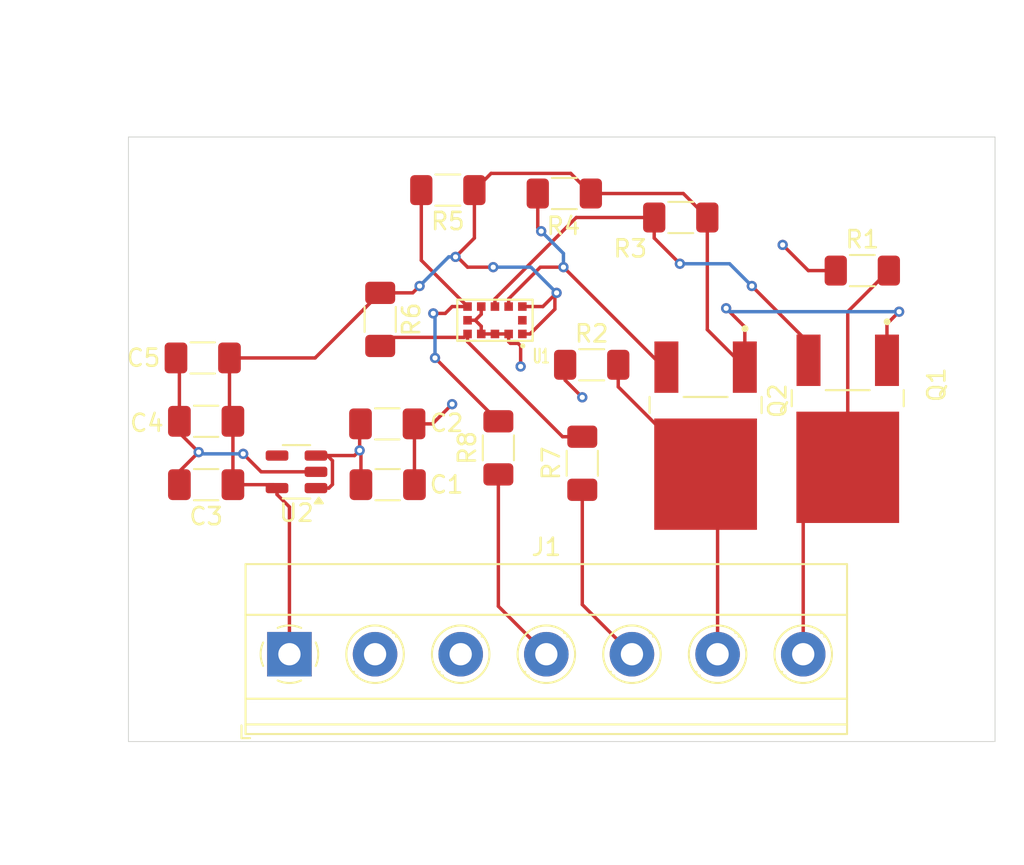
<source format=kicad_pcb>
(kicad_pcb (version 20240108) (generator "pcbnew") (generator_version "8.0")
  (layers (0 "F.Cu" signal) (1 "In1.Cu" power "GnD") (2 "In2.Cu" power "PwR") (31 "B.Cu" signal) (34 "B.Paste" user) (35 "F.Paste" user) (36 "B.SilkS" user "B.Silkscreen") (37 "F.SilkS" user "F.Silkscreen") (38 "B.Mask" user) (39 "F.Mask" user) (44 "Edge.Cuts" user))
  (net 0 "")
  (net 1 "+5V")
  (net 2 "GND")
  (net 3 "VDD")
  (net 4 "/SDA")
  (net 5 "/SCL")
  (net 6 "Net-(U1-SDA)")
  (net 7 "Net-(U1-SCL)")
  (net 8 "Net-(U1-GPIO1)")
  (net 9 "Net-(U1-~{XSHUT})")
  (net 10 "/XSHUT")
  (net 11 "/GPIO1")
  (footprint "MOSFET:TRANS_TSM60NC390CP" (layer "F.Cu") (at 139.8 80.2375 -90)
    (property "Reference" "Q1" (at -2.575 -5.185 90) (layer "F.SilkS"))
    (property "Value" "TSM60NC390CP" (hide yes))
    (fp_line (start -2.257 3.27) (end -1.32 3.27) (stroke (width 0.127)) (layer "F.SilkS"))
    (fp_line (start -2.257 -1.28) (end -2.257 1.28) (stroke (width 0.127)) (layer "F.SilkS"))
    (fp_line (start -1.32 -3.27) (end -2.257 -3.27) (stroke (width 0.127)) (layer "F.SilkS"))
    (fp_circle (center -6.25 -2.3) (end -6.15 -2.3) (stroke (width 0.2)) (fill none) (layer "F.SilkS"))
    (pad "1" smd rect (at -4 -2.29 270) (size 3 1.4) (layers "F.Cu" "F.Paste" "F.Mask") (net 3 "VDD"))
    (pad "2_4" smd rect (at 2.25 0 270) (size 6.5 6) (layers "F.Cu" "F.Mask") (net 4 "/SDA"))
    (pad "3" smd rect (at -4 2.29 270) (size 3 1.4) (layers "F.Cu" "F.Paste" "F.Mask") (net 6 "Net-(U1-SDA)"))
  )
  (footprint "Capacitor_SMD:C_1206_3216Metric_Pad1.33x1.80mm_HandSolder" (layer "F.Cu") (at 112.9375 83.5)
    (property "Reference" "C1" (at 3.4375 0 360) (layer "F.SilkS"))
    (property "Value" "1uF")
    (fp_line (start -0.711252 -0.91) (end 0.711252 -0.91) (stroke (width 0.12)) (layer "F.SilkS"))
    (fp_line (start -0.711252 0.91) (end 0.711252 0.91) (stroke (width 0.12)) (layer "F.SilkS"))
    (pad "1" smd roundrect (at -1.5625 0) (size 1.325 1.8) (layers "F.Cu" "F.Paste" "F.Mask") (roundrect_rratio 0.188679) (net 1 "+5V"))
    (pad "2" smd roundrect (at 1.5625 0) (size 1.325 1.8) (layers "F.Cu" "F.Paste" "F.Mask") (roundrect_rratio 0.188679) (net 2 "GND"))
  )
  (footprint "Resistor_SMD:R_1206_3216Metric_Pad1.30x1.75mm_HandSolder" (layer "F.Cu") (at 130.05 67.9 180)
    (property "Reference" "R3" (at 2.95 -1.82 360) (layer "F.SilkS"))
    (property "Value" "10k")
    (fp_line (start -0.727064 0.91) (end 0.727064 0.91) (stroke (width 0.12)) (layer "F.SilkS"))
    (fp_line (start -0.727064 -0.91) (end 0.727064 -0.91) (stroke (width 0.12)) (layer "F.SilkS"))
    (pad "1" smd roundrect (at -1.55 0 180) (size 1.3 1.75) (layers "F.Cu" "F.Paste" "F.Mask") (roundrect_rratio 0.192308) (net 3 "VDD"))
    (pad "2" smd roundrect (at 1.55 0 180) (size 1.3 1.75) (layers "F.Cu" "F.Paste" "F.Mask") (roundrect_rratio 0.192308) (net 6 "Net-(U1-SDA)"))
  )
  (footprint "Resistor_SMD:R_1206_3216Metric_Pad1.30x1.75mm_HandSolder" (layer "F.Cu") (at 123.25 66.5 180)
    (property "Reference" "R4" (at 0.05 -1.9 360) (layer "F.SilkS"))
    (property "Value" "10k")
    (fp_line (start -0.727064 0.91) (end 0.727064 0.91) (stroke (width 0.12)) (layer "F.SilkS"))
    (fp_line (start -0.727064 -0.91) (end 0.727064 -0.91) (stroke (width 0.12)) (layer "F.SilkS"))
    (pad "1" smd roundrect (at -1.55 0 180) (size 1.3 1.75) (layers "F.Cu" "F.Paste" "F.Mask") (roundrect_rratio 0.192308) (net 3 "VDD"))
    (pad "2" smd roundrect (at 1.55 0 180) (size 1.3 1.75) (layers "F.Cu" "F.Paste" "F.Mask") (roundrect_rratio 0.192308) (net 7 "Net-(U1-SCL)"))
  )
  (footprint "TerminalBlock_Phoenix:TerminalBlock_Phoenix_MKDS-1,5-7_1x07_P5.00mm_Horizontal" (layer "F.Cu") (at 107.2 93.4)
    (property "Reference" "J1" (at 15 -6.26 360) (layer "F.SilkS"))
    (property "Value" "Screw_Terminal_01x07")
    (fp_line (start -2.8 4.16) (end -2.8 4.9) (stroke (width 0.12)) (layer "F.SilkS"))
    (fp_line (start -2.8 4.9) (end -2.3 4.9) (stroke (width 0.12)) (layer "F.SilkS"))
    (fp_line (start -2.56 -5.261) (end -2.56 4.66) (stroke (width 0.12)) (layer "F.SilkS"))
    (fp_line (start -2.56 -5.261) (end 32.56 -5.261) (stroke (width 0.12)) (layer "F.SilkS"))
    (fp_line (start -2.56 -2.301) (end 32.56 -2.301) (stroke (width 0.12)) (layer "F.SilkS"))
    (fp_line (start -2.56 2.6) (end 32.56 2.6) (stroke (width 0.12)) (layer "F.SilkS"))
    (fp_line (start -2.56 4.1) (end 32.56 4.1) (stroke (width 0.12)) (layer "F.SilkS"))
    (fp_line (start -2.56 4.66) (end 32.56 4.66) (stroke (width 0.12)) (layer "F.SilkS"))
    (fp_line (start 3.773 1.023) (end 3.726 1.069) (stroke (width 0.12)) (layer "F.SilkS"))
    (fp_line (start 3.966 1.239) (end 3.931 1.274) (stroke (width 0.12)) (layer "F.SilkS"))
    (fp_line (start 6.07 -1.275) (end 6.035 -1.239) (stroke (width 0.12)) (layer "F.SilkS"))
    (fp_line (start 6.275 -1.069) (end 6.228 -1.023) (stroke (width 0.12)) (layer "F.SilkS"))
    (fp_line (start 8.773 1.023) (end 8.726 1.069) (stroke (width 0.12)) (layer "F.SilkS"))
    (fp_line (start 8.966 1.239) (end 8.931 1.274) (stroke (width 0.12)) (layer "F.SilkS"))
    (fp_line (start 11.07 -1.275) (end 11.035 -1.239) (stroke (width 0.12)) (layer "F.SilkS"))
    (fp_line (start 11.275 -1.069) (end 11.228 -1.023) (stroke (width 0.12)) (layer "F.SilkS"))
    (fp_line (start 13.773 1.023) (end 13.726 1.069) (stroke (width 0.12)) (layer "F.SilkS"))
    (fp_line (start 13.966 1.239) (end 13.931 1.274) (stroke (width 0.12)) (layer "F.SilkS"))
    (fp_line (start 16.07 -1.275) (end 16.035 -1.239) (stroke (width 0.12)) (layer "F.SilkS"))
    (fp_line (start 16.275 -1.069) (end 16.228 -1.023) (stroke (width 0.12)) (layer "F.SilkS"))
    (fp_line (start 18.773 1.023) (end 18.726 1.069) (stroke (width 0.12)) (layer "F.SilkS"))
    (fp_line (start 18.966 1.239) (end 18.931 1.274) (stroke (width 0.12)) (layer "F.SilkS"))
    (fp_line (start 21.07 -1.275) (end 21.035 -1.239) (stroke (width 0.12)) (layer "F.SilkS"))
    (fp_line (start 21.275 -1.069) (end 21.228 -1.023) (stroke (width 0.12)) (layer "F.SilkS"))
    (fp_line (start 23.773 1.023) (end 23.726 1.069) (stroke (width 0.12)) (layer "F.SilkS"))
    (fp_line (start 23.966 1.239) (end 23.931 1.274) (stroke (width 0.12)) (layer "F.SilkS"))
    (fp_line (start 26.07 -1.275) (end 26.035 -1.239) (stroke (width 0.12)) (layer "F.SilkS"))
    (fp_line (start 26.275 -1.069) (end 26.228 -1.023) (stroke (width 0.12)) (layer "F.SilkS"))
    (fp_line (start 28.773 1.023) (end 28.726 1.069) (stroke (width 0.12)) (layer "F.SilkS"))
    (fp_line (start 28.966 1.239) (end 28.931 1.274) (stroke (width 0.12)) (layer "F.SilkS"))
    (fp_line (start 31.07 -1.275) (end 31.035 -1.239) (stroke (width 0.12)) (layer "F.SilkS"))
    (fp_line (start 31.275 -1.069) (end 31.228 -1.023) (stroke (width 0.12)) (layer "F.SilkS"))
    (fp_line (start 32.56 -5.261) (end 32.56 4.66) (stroke (width 0.12)) (layer "F.SilkS"))
    (fp_arc (start -1.535427 0.683042) (mid -1.680501 -0.000524) (end -1.535 -0.684) (stroke (width 0.12)) (layer "F.SilkS"))
    (fp_arc (start -0.683042 -1.535427) (mid 0.000524 -1.680501) (end 0.684 -1.535) (stroke (width 0.12)) (layer "F.SilkS"))
    (fp_arc (start 0.028805 1.680253) (mid -0.335551 1.646659) (end -0.684 1.535) (stroke (width 0.12)) (layer "F.SilkS"))
    (fp_arc (start 0.683318 1.534756) (mid 0.349292 1.643288) (end 0 1.68) (stroke (width 0.12)) (layer "F.SilkS"))
    (fp_arc (start 1.535427 -0.683042) (mid 1.680501 0.000524) (end 1.535 0.684) (stroke (width 0.12)) (layer "F.SilkS"))
    (fp_circle (center 5 0) (end 6.68 0) (stroke (width 0.12)) (fill none) (layer "F.SilkS"))
    (fp_circle (center 10 0) (end 11.68 0) (stroke (width 0.12)) (fill none) (layer "F.SilkS"))
    (fp_circle (center 15 0) (end 16.68 0) (stroke (width 0.12)) (fill none) (layer "F.SilkS"))
    (fp_circle (center 20 0) (end 21.68 0) (stroke (width 0.12)) (fill none) (layer "F.SilkS"))
    (fp_circle (center 25 0) (end 26.68 0) (stroke (width 0.12)) (fill none) (layer "F.SilkS"))
    (fp_circle (center 30 0) (end 31.68 0) (stroke (width 0.12)) (fill none) (layer "F.SilkS"))
    (pad "1" thru_hole rect (at 0 0) (size 2.6 2.6) (drill 1.3) (layers "*.Cu" "*.Mask") (net 3 "VDD"))
    (pad "2" thru_hole circle (at 5 0) (size 2.6 2.6) (drill 1.3) (layers "*.Cu" "*.Mask") (net 1 "+5V"))
    (pad "3" thru_hole circle (at 10 0) (size 2.6 2.6) (drill 1.3) (layers "*.Cu" "*.Mask") (net 2 "GND"))
    (pad "4" thru_hole circle (at 15 0) (size 2.6 2.6) (drill 1.3) (layers "*.Cu" "*.Mask") (net 11 "/GPIO1"))
    (pad "5" thru_hole circle (at 20 0) (size 2.6 2.6) (drill 1.3) (layers "*.Cu" "*.Mask") (net 10 "/XSHUT"))
    (pad "6" thru_hole circle (at 25 0) (size 2.6 2.6) (drill 1.3) (layers "*.Cu" "*.Mask") (net 5 "/SCL"))
    (pad "7" thru_hole circle (at 30 0) (size 2.6 2.6) (drill 1.3) (layers "*.Cu" "*.Mask") (net 4 "/SDA"))
  )
  (footprint "Capacitor_SMD:C_1206_3216Metric_Pad1.33x1.80mm_HandSolder" (layer "F.Cu") (at 102.1375 76.1 180)
    (property "Reference" "C5" (at 3.4625 0 360) (layer "F.SilkS"))
    (property "Value" "0.1uF")
    (fp_line (start -0.711252 0.91) (end 0.711252 0.91) (stroke (width 0.12)) (layer "F.SilkS"))
    (fp_line (start -0.711252 -0.91) (end 0.711252 -0.91) (stroke (width 0.12)) (layer "F.SilkS"))
    (pad "1" smd roundrect (at -1.5625 0 180) (size 1.325 1.8) (layers "F.Cu" "F.Paste" "F.Mask") (roundrect_rratio 0.188679) (net 3 "VDD"))
    (pad "2" smd roundrect (at 1.5625 0 180) (size 1.325 1.8) (layers "F.Cu" "F.Paste" "F.Mask") (roundrect_rratio 0.188679) (net 2 "GND"))
  )
  (footprint "Capacitor_SMD:C_1206_3216Metric_Pad1.33x1.80mm_HandSolder" (layer "F.Cu") (at 102.3375 79.8 180)
    (property "Reference" "C4" (at 3.4625 -0.1 360) (layer "F.SilkS"))
    (property "Value" "4.7uF")
    (fp_line (start -0.711252 0.91) (end 0.711252 0.91) (stroke (width 0.12)) (layer "F.SilkS"))
    (fp_line (start -0.711252 -0.91) (end 0.711252 -0.91) (stroke (width 0.12)) (layer "F.SilkS"))
    (pad "1" smd roundrect (at -1.5625 0 180) (size 1.325 1.8) (layers "F.Cu" "F.Paste" "F.Mask") (roundrect_rratio 0.188679) (net 3 "VDD"))
    (pad "2" smd roundrect (at 1.5625 0 180) (size 1.325 1.8) (layers "F.Cu" "F.Paste" "F.Mask") (roundrect_rratio 0.188679) (net 2 "GND"))
  )
  (footprint "Resistor_SMD:R_1206_3216Metric_Pad1.30x1.75mm_HandSolder" (layer "F.Cu") (at 119.4 81.35 90)
    (property "Reference" "R8" (at 0 -1.82 90) (layer "F.SilkS"))
    (property "Value" "1k")
    (fp_line (start -0.727064 -0.91) (end 0.727064 -0.91) (stroke (width 0.12)) (layer "F.SilkS"))
    (fp_line (start -0.727064 0.91) (end 0.727064 0.91) (stroke (width 0.12)) (layer "F.SilkS"))
    (pad "1" smd roundrect (at -1.55 0 90) (size 1.3 1.75) (layers "F.Cu" "F.Paste" "F.Mask") (roundrect_rratio 0.192308) (net 11 "/GPIO1"))
    (pad "2" smd roundrect (at 1.55 0 90) (size 1.3 1.75) (layers "F.Cu" "F.Paste" "F.Mask") (roundrect_rratio 0.192308) (net 8 "Net-(U1-GPIO1)"))
  )
  (footprint "Capacitor_SMD:C_1206_3216Metric_Pad1.33x1.80mm_HandSolder" (layer "F.Cu") (at 112.9125 79.95)
    (property "Reference" "C2" (at 3.4625 -0.05 360) (layer "F.SilkS"))
    (property "Value" "0.1uF")
    (fp_line (start -0.711252 -0.91) (end 0.711252 -0.91) (stroke (width 0.12)) (layer "F.SilkS"))
    (fp_line (start -0.711252 0.91) (end 0.711252 0.91) (stroke (width 0.12)) (layer "F.SilkS"))
    (pad "1" smd roundrect (at -1.5625 0) (size 1.325 1.8) (layers "F.Cu" "F.Paste" "F.Mask") (roundrect_rratio 0.188679) (net 1 "+5V"))
    (pad "2" smd roundrect (at 1.5625 0) (size 1.325 1.8) (layers "F.Cu" "F.Paste" "F.Mask") (roundrect_rratio 0.188679) (net 2 "GND"))
  )
  (footprint "VL53L0X:SENSOR_VL53L0X" (layer "F.Cu") (at 119.2 73.9 180)
    (property "Reference" "U1" (at -2.7 -2.1 0) (layer "F.SilkS") (effects (font (size 0.80166 0.480166) (thickness 0.120042))))
    (property "Value" "VL53L0X")
    (fp_line (start 2.2 1.2) (end 2.2 -1.2) (stroke (width 0.127)) (layer "F.SilkS"))
    (fp_line (start 2.2 -1.2) (end -2.2 -1.2) (stroke (width 0.127)) (layer "F.SilkS"))
    (fp_line (start -2.2 1.2) (end 2.2 1.2) (stroke (width 0.127)) (layer "F.SilkS"))
    (fp_line (start -2.2 -1.2) (end -2.2 1.2) (stroke (width 0.127)) (layer "F.SilkS"))
    (fp_circle (center -1.623 -1.496) (end -1.548 -1.496) (stroke (width 0.15)) (fill none) (layer "F.SilkS"))
    (pad "1" smd rect (at -1.6 -0.8) (size 0.5 0.5) (layers "F.Cu" "F.Paste" "F.Mask") (net 3 "VDD"))
    (pad "2" smd rect (at -0.8 -0.8) (size 0.5 0.5) (layers "F.Cu" "F.Paste" "F.Mask") (net 2 "GND"))
    (pad "3" smd rect (at 0 -0.8) (size 0.5 0.5) (layers "F.Cu" "F.Paste" "F.Mask") (net 2 "GND"))
    (pad "4" smd rect (at 0.8 -0.8) (size 0.5 0.5) (layers "F.Cu" "F.Paste" "F.Mask") (net 2 "GND"))
    (pad "5" smd rect (at 1.6 -0.8) (size 0.5 0.5) (layers "F.Cu" "F.Paste" "F.Mask") (net 9 "Net-(U1-~{XSHUT})"))
    (pad "6" smd rect (at 1.6 0) (size 0.5 0.5) (layers "F.Cu" "F.Paste" "F.Mask") (net 2 "GND"))
    (pad "7" smd rect (at 1.6 0.8) (size 0.5 0.5) (layers "F.Cu" "F.Paste" "F.Mask") (net 8 "Net-(U1-GPIO1)"))
    (pad "8" smd rect (at 0.8 0.8) (size 0.5 0.5) (layers "F.Cu" "F.Paste" "F.Mask") (net 2 "GND"))
    (pad "9" smd rect (at 0 0.8) (size 0.5 0.5) (layers "F.Cu" "F.Paste" "F.Mask") (net 6 "Net-(U1-SDA)"))
    (pad "10" smd rect (at -0.8 0.8) (size 0.5 0.5) (layers "F.Cu" "F.Paste" "F.Mask") (net 7 "Net-(U1-SCL)"))
    (pad "11" smd rect (at -1.6 0.8) (size 0.5 0.5) (layers "F.Cu" "F.Paste" "F.Mask") (net 3 "VDD"))
    (pad "12" smd rect (at -1.6 0) (size 0.5 0.5) (layers "F.Cu" "F.Paste" "F.Mask"))
  )
  (footprint "Resistor_SMD:R_1206_3216Metric_Pad1.30x1.75mm_HandSolder" (layer "F.Cu") (at 116.45 66.3 180)
    (property "Reference" "R5" (at 0 -1.82 360) (layer "F.SilkS"))
    (property "Value" "47k")
    (fp_line (start -0.727064 0.91) (end 0.727064 0.91) (stroke (width 0.12)) (layer "F.SilkS"))
    (fp_line (start -0.727064 -0.91) (end 0.727064 -0.91) (stroke (width 0.12)) (layer "F.SilkS"))
    (pad "1" smd roundrect (at -1.55 0 180) (size 1.3 1.75) (layers "F.Cu" "F.Paste" "F.Mask") (roundrect_rratio 0.192308) (net 3 "VDD"))
    (pad "2" smd roundrect (at 1.55 0 180) (size 1.3 1.75) (layers "F.Cu" "F.Paste" "F.Mask") (roundrect_rratio 0.192308) (net 8 "Net-(U1-GPIO1)"))
  )
  (footprint "Resistor_SMD:R_1206_3216Metric_Pad1.30x1.75mm_HandSolder" (layer "F.Cu") (at 124.85 76.5)
    (property "Reference" "R2" (at 0 -1.82 0) (layer "F.SilkS"))
    (property "Value" "10k")
    (fp_line (start -0.727064 -0.91) (end 0.727064 -0.91) (stroke (width 0.12)) (layer "F.SilkS"))
    (fp_line (start -0.727064 0.91) (end 0.727064 0.91) (stroke (width 0.12)) (layer "F.SilkS"))
    (pad "1" smd roundrect (at -1.55 0) (size 1.3 1.75) (layers "F.Cu" "F.Paste" "F.Mask") (roundrect_rratio 0.192308) (net 1 "+5V"))
    (pad "2" smd roundrect (at 1.55 0) (size 1.3 1.75) (layers "F.Cu" "F.Paste" "F.Mask") (roundrect_rratio 0.192308) (net 5 "/SCL"))
  )
  (footprint "Capacitor_SMD:C_1206_3216Metric_Pad1.33x1.80mm_HandSolder" (layer "F.Cu") (at 102.3375 83.5 180)
    (property "Reference" "C3" (at 0 -1.85 360) (layer "F.SilkS"))
    (property "Value" "1uF")
    (fp_line (start -0.711252 0.91) (end 0.711252 0.91) (stroke (width 0.12)) (layer "F.SilkS"))
    (fp_line (start -0.711252 -0.91) (end 0.711252 -0.91) (stroke (width 0.12)) (layer "F.SilkS"))
    (pad "1" smd roundrect (at -1.5625 0 180) (size 1.325 1.8) (layers "F.Cu" "F.Paste" "F.Mask") (roundrect_rratio 0.188679) (net 3 "VDD"))
    (pad "2" smd roundrect (at 1.5625 0 180) (size 1.325 1.8) (layers "F.Cu" "F.Paste" "F.Mask") (roundrect_rratio 0.188679) (net 2 "GND"))
  )
  (footprint "Resistor_SMD:R_1206_3216Metric_Pad1.30x1.75mm_HandSolder" (layer "F.Cu") (at 112.5 73.85 -90)
    (property "Reference" "R6" (at 0 -1.82 90) (layer "F.SilkS"))
    (property "Value" "47k")
    (fp_line (start -0.727064 0.91) (end 0.727064 0.91) (stroke (width 0.12)) (layer "F.SilkS"))
    (fp_line (start -0.727064 -0.91) (end 0.727064 -0.91) (stroke (width 0.12)) (layer "F.SilkS"))
    (pad "1" smd roundrect (at -1.55 0 270) (size 1.3 1.75) (layers "F.Cu" "F.Paste" "F.Mask") (roundrect_rratio 0.192308) (net 3 "VDD"))
    (pad "2" smd roundrect (at 1.55 0 270) (size 1.3 1.75) (layers "F.Cu" "F.Paste" "F.Mask") (roundrect_rratio 0.192308) (net 9 "Net-(U1-~{XSHUT})"))
  )
  (footprint "Resistor_SMD:R_1206_3216Metric_Pad1.30x1.75mm_HandSolder" (layer "F.Cu") (at 140.65 71)
    (property "Reference" "R1" (at 0 -1.82 360) (layer "F.SilkS"))
    (property "Value" "10k")
    (fp_line (start -0.727064 -0.91) (end 0.727064 -0.91) (stroke (width 0.12)) (layer "F.SilkS"))
    (fp_line (start -0.727064 0.91) (end 0.727064 0.91) (stroke (width 0.12)) (layer "F.SilkS"))
    (pad "1" smd roundrect (at -1.55 0) (size 1.3 1.75) (layers "F.Cu" "F.Paste" "F.Mask") (roundrect_rratio 0.192308) (net 1 "+5V"))
    (pad "2" smd roundrect (at 1.55 0) (size 1.3 1.75) (layers "F.Cu" "F.Paste" "F.Mask") (roundrect_rratio 0.192308) (net 4 "/SDA"))
  )
  (footprint "MOSFET:TRANS_TSM60NC390CP" (layer "F.Cu") (at 131.5 80.6375 -90)
    (property "Reference" "Q2" (at -2.0375 -4.2 90) (layer "F.SilkS"))
    (property "Value" "TSM60NC390CP" (hide yes))
    (fp_line (start -2.257 3.27) (end -1.32 3.27) (stroke (width 0.127)) (layer "F.SilkS"))
    (fp_line (start -2.257 -1.28) (end -2.257 1.28) (stroke (width 0.127)) (layer "F.SilkS"))
    (fp_line (start -1.32 -3.27) (end -2.257 -3.27) (stroke (width 0.127)) (layer "F.SilkS"))
    (fp_circle (center -6.25 -2.3) (end -6.15 -2.3) (stroke (width 0.2)) (fill none) (layer "F.SilkS"))
    (pad "1" smd rect (at -4 -2.29 270) (size 3 1.4) (layers "F.Cu" "F.Paste" "F.Mask") (net 3 "VDD"))
    (pad "2_4" smd rect (at 2.25 0 270) (size 6.5 6) (layers "F.Cu" "F.Mask") (net 5 "/SCL"))
    (pad "3" smd rect (at -4 2.29 270) (size 3 1.4) (layers "F.Cu" "F.Paste" "F.Mask") (net 7 "Net-(U1-SCL)"))
  )
  (footprint "Resistor_SMD:R_1206_3216Metric_Pad1.30x1.75mm_HandSolder" (layer "F.Cu") (at 124.3 82.25 90)
    (property "Reference" "R7" (at 0 -1.82 90) (layer "F.SilkS"))
    (property "Value" "1k")
    (fp_line (start -0.727064 -0.91) (end 0.727064 -0.91) (stroke (width 0.12)) (layer "F.SilkS"))
    (fp_line (start -0.727064 0.91) (end 0.727064 0.91) (stroke (width 0.12)) (layer "F.SilkS"))
    (pad "1" smd roundrect (at -1.55 0 90) (size 1.3 1.75) (layers "F.Cu" "F.Paste" "F.Mask") (roundrect_rratio 0.192308) (net 10 "/XSHUT"))
    (pad "2" smd roundrect (at 1.55 0 90) (size 1.3 1.75) (layers "F.Cu" "F.Paste" "F.Mask") (roundrect_rratio 0.192308) (net 9 "Net-(U1-~{XSHUT})"))
  )
  (footprint "Package_TO_SOT_SMD:SOT-23-5" (layer "F.Cu") (at 107.6125 82.75 180)
    (property "Reference" "U2" (at 0 -2.4 360) (layer "F.SilkS"))
    (property "Value" "LP2985-2.8")
    (fp_line (start 0 1.56) (end 0.8 1.56) (stroke (width 0.12)) (layer "F.SilkS"))
    (fp_line (start 0 1.56) (end -0.8 1.56) (stroke (width 0.12)) (layer "F.SilkS"))
    (fp_line (start 0 -1.56) (end 0.8 -1.56) (stroke (width 0.12)) (layer "F.SilkS"))
    (fp_line (start 0 -1.56) (end -0.8 -1.56) (stroke (width 0.12)) (layer "F.SilkS"))
    (fp_poly (pts (xy -1.3 -1.51) (xy -1.54 -1.84) (xy -1.06 -1.84) (xy -1.3 -1.51)) (stroke (width 0.12)) (fill solid) (layer "F.SilkS"))
    (pad "1" smd roundrect (at -1.1375 -0.95 180) (size 1.325 0.6) (layers "F.Cu" "F.Paste" "F.Mask") (net 1 "+5V"))
    (pad "2" smd roundrect (at -1.1375 0 180) (size 1.325 0.6) (layers "F.Cu" "F.Paste" "F.Mask") (net 2 "GND"))
    (pad "3" smd roundrect (at -1.1375 0.95 180) (size 1.325 0.6) (layers "F.Cu" "F.Paste" "F.Mask") (net 1 "+5V"))
    (pad "4" smd roundrect (at 1.1375 0.95 180) (size 1.325 0.6) (layers "F.Cu" "F.Paste" "F.Mask"))
    (pad "5" smd roundrect (at 1.1375 -0.95 180) (size 1.325 0.6) (layers "F.Cu" "F.Paste" "F.Mask") (net 3 "VDD"))
  )
  (gr_line (start 97.8 63.2) (end 148.4 63.2) (stroke (width 0.05)) (layer "Edge.Cuts"))
  (gr_line (start 148.4 98.5) (end 97.8 98.5) (stroke (width 0.05)) (layer "Edge.Cuts"))
  (gr_line (start 148.4 63.2) (end 148.4 98.5) (stroke (width 0.05)) (layer "Edge.Cuts"))
  (gr_line (start 97.8 98.5) (end 97.8 63.2) (stroke (width 0.05)) (layer "Edge.Cuts"))
  (segment (start 109.5 83.7) (end 108.75 83.7) (width 0.2) (layer "F.Cu") (net 1))
  (segment (start 137.5 71) (end 136 69.5) (width 0.2) (layer "F.Cu") (net 1))
  (segment (start 108.75 81.8) (end 109.412499 81.8) (width 0.2) (layer "F.Cu") (net 1))
  (segment (start 139.1 71) (end 137.5 71) (width 0.2) (layer "F.Cu") (net 1))
  (segment (start 109.7125 83.4875) (end 109.5 83.7) (width 0.2) (layer "F.Cu") (net 1))
  (segment (start 123.3 76.5) (end 123.3 77.4) (width 0.2) (layer "F.Cu") (net 1))
  (segment (start 111.375 83.5) (end 111.375 81.575) (width 0.2) (layer "F.Cu") (net 1))
  (segment (start 108.75 81.8) (end 111 81.8) (width 0.2) (layer "F.Cu") (net 1))
  (segment (start 111.3 81.5) (end 111.3 80) (width 0.2) (layer "F.Cu") (net 1))
  (segment (start 109.7125 82.100001) (end 109.7125 83.4875) (width 0.2) (layer "F.Cu") (net 1))
  (segment (start 109.412499 81.8) (end 109.7125 82.100001) (width 0.2) (layer "F.Cu") (net 1))
  (segment (start 111.375 81.575) (end 111.3 81.5) (width 0.2) (layer "F.Cu") (net 1))
  (segment (start 111.3 80) (end 111.35 79.95) (width 0.2) (layer "F.Cu") (net 1))
  (segment (start 111 81.8) (end 111.3 81.5) (width 0.2) (layer "F.Cu") (net 1))
  (segment (start 123.3 77.4) (end 124.3 78.4) (width 0.2) (layer "F.Cu") (net 1))
  (via (at 111.3 81.5) (size 0.6) (drill 0.3) (layers "F.Cu" "B.Cu") (net 1))
  (via (at 136 69.5) (size 0.6) (drill 0.3) (layers "F.Cu" "B.Cu") (net 1))
  (via (at 124.3 78.4) (size 0.6) (drill 0.3) (layers "F.Cu" "B.Cu") (net 1))
  (segment (start 105.55 82.75) (end 104.5 81.7) (width 0.2) (layer "F.Cu") (net 2))
  (segment (start 117.6 73.9) (end 118.05 73.9) (width 0.2) (layer "F.Cu") (net 2))
  (segment (start 100.775 82.725) (end 100.775 83.5) (width 0.2) (layer "F.Cu") (net 2))
  (segment (start 120 75.15) (end 120 74.7) (width 0.2) (layer "F.Cu") (net 2))
  (segment (start 118.4 74.7) (end 118.4 74.25) (width 0.2) (layer "F.Cu") (net 2))
  (segment (start 120.7 76.6) (end 120.7 75.4) (width 0.2) (layer "F.Cu") (net 2))
  (segment (start 100.775 80.475) (end 100.775 79.8) (width 0.2) (layer "F.Cu") (net 2))
  (segment (start 118.4 74.25) (end 118.05 73.9) (width 0.2) (layer "F.Cu") (net 2))
  (segment (start 120.55 75.25) (end 120.1 75.25) (width 0.2) (layer "F.Cu") (net 2))
  (segment (start 101.9 81.6) (end 100.775 82.725) (width 0.2) (layer "F.Cu") (net 2))
  (segment (start 120.7 75.4) (end 120.55 75.25) (width 0.2) (layer "F.Cu") (net 2))
  (segment (start 119.2 74.7) (end 118.4 74.7) (width 0.2) (layer "F.Cu") (net 2))
  (segment (start 115.55 79.95) (end 116.7 78.8) (width 0.2) (layer "F.Cu") (net 2))
  (segment (start 114.5 79.975) (end 114.475 79.95) (width 0.2) (layer "F.Cu") (net 2))
  (segment (start 114.5 83.5) (end 114.5 79.975) (width 0.2) (layer "F.Cu") (net 2))
  (segment (start 100.775 76.3) (end 100.575 76.1) (width 0.2) (layer "F.Cu") (net 2))
  (segment (start 118.05 73.9) (end 118.4 73.55) (width 0.2) (layer "F.Cu") (net 2))
  (segment (start 100.775 79.8) (end 100.775 76.3) (width 0.2) (layer "F.Cu") (net 2))
  (segment (start 114.475 79.95) (end 115.55 79.95) (width 0.2) (layer "F.Cu") (net 2))
  (segment (start 108.75 82.75) (end 105.55 82.75) (width 0.2) (layer "F.Cu") (net 2))
  (segment (start 120.1 75.25) (end 120 75.15) (width 0.2) (layer "F.Cu") (net 2))
  (segment (start 101.9 81.6) (end 100.775 80.475) (width 0.2) (layer "F.Cu") (net 2))
  (segment (start 120 74.7) (end 119.2 74.7) (width 0.2) (layer "F.Cu") (net 2))
  (segment (start 118.4 73.55) (end 118.4 73.1) (width 0.2) (layer "F.Cu") (net 2))
  (via (at 120.7 76.6) (size 0.6) (drill 0.3) (layers "F.Cu" "B.Cu") (net 2))
  (via (at 116.7 78.8) (size 0.6) (drill 0.3) (layers "F.Cu" "B.Cu") (net 2))
  (via (at 101.9 81.6) (size 0.6) (drill 0.3) (layers "F.Cu" "B.Cu") (net 2))
  (via (at 104.5 81.7) (size 0.6) (drill 0.3) (layers "F.Cu" "B.Cu") (net 2))
  (segment (start 102 81.7) (end 101.9 81.6) (width 0.2) (layer "B.Cu") (net 2))
  (segment (start 104.5 81.7) (end 102 81.7) (width 0.2) (layer "B.Cu") (net 2))
  (segment (start 114.4 72.3) (end 114.8 71.9) (width 0.2) (layer "F.Cu") (net 3))
  (segment (start 142.09 76.2375) (end 142.09 74.11) (width 0.2) (layer "F.Cu") (net 3))
  (segment (start 121.25 74.7) (end 120.8 74.7) (width 0.2) (layer "F.Cu") (net 3))
  (segment (start 103.7 79.6) (end 103.9 79.8) (width 0.2) (layer "F.Cu") (net 3))
  (segment (start 117 70.2) (end 117.6 70.8) (width 0.2) (layer "F.Cu") (net 3))
  (segment (start 130.2 66.5) (end 131.6 67.9) (width 0.2) (layer "F.Cu") (net 3))
  (segment (start 123.625 65.325) (end 124.8 66.5) (width 0.2) (layer "F.Cu") (net 3))
  (segment (start 122.7 72.4) (end 122.7 73.25) (width 0.2) (layer "F.Cu") (net 3))
  (segment (start 122.8 72.3) (end 122.7 72.4) (width 0.2) (layer "F.Cu") (net 3))
  (segment (start 112.5 72.3) (end 114.4 72.3) (width 0.2) (layer "F.Cu") (net 3))
  (segment (start 132.7 73.2) (end 133.79 74.29) (width 0.2) (layer "F.Cu") (net 3))
  (segment (start 122.8 72.3) (end 122 73.1) (width 0.2) (layer "F.Cu") (net 3))
  (segment (start 118 69.1) (end 118 66.3) (width 0.2) (layer "F.Cu") (net 3))
  (segment (start 107.2 84.8) (end 107.2 93.4) (width 0.2) (layer "F.Cu") (net 3))
  (segment (start 103.7 76.1) (end 103.7 79.6) (width 0.2) (layer "F.Cu") (net 3))
  (segment (start 122.7 73.25) (end 121.25 74.7) (width 0.2) (layer "F.Cu") (net 3))
  (segment (start 106.475 83.7) (end 106.475 84.075) (width 0.2) (layer "F.Cu") (net 3))
  (segment (start 103.9 79.8) (end 103.9 83.5) (width 0.2) (layer "F.Cu") (net 3))
  (segment (start 103.9 83.5) (end 106.275 83.5) (width 0.2) (layer "F.Cu") (net 3))
  (segment (start 103.7 76.1) (end 108.7 76.1) (width 0.2) (layer "F.Cu") (net 3))
  (segment (start 106.475 84.075) (end 107.2 84.8) (width 0.2) (layer "F.Cu") (net 3))
  (segment (start 133.79 74.29) (end 133.79 76.6375) (width 0.2) (layer "F.Cu") (net 3))
  (segment (start 106.275 83.5) (end 106.475 83.7) (width 0.2) (layer "F.Cu") (net 3))
  (segment (start 118.975 65.325) (end 123.625 65.325) (width 0.2) (layer "F.Cu") (net 3))
  (segment (start 116.9 70.2) (end 117 70.2) (width 0.2) (layer "F.Cu") (net 3))
  (segment (start 131.6 67.9) (end 131.6 74.4475) (width 0.2) (layer "F.Cu") (net 3))
  (segment (start 108.7 76.1) (end 112.5 72.3) (width 0.2) (layer "F.Cu") (net 3))
  (segment (start 116.9 70.2) (end 118 69.1) (width 0.2) (layer "F.Cu") (net 3))
  (segment (start 142.09 74.11) (end 142.8 73.4) (width 0.2) (layer "F.Cu") (net 3))
  (segment (start 122 73.1) (end 120.8 73.1) (width 0.2) (layer "F.Cu") (net 3))
  (segment (start 117.6 70.8) (end 119.1 70.8) (width 0.2) (layer "F.Cu") (net 3))
  (segment (start 124.8 66.5) (end 130.2 66.5) (width 0.2) (layer "F.Cu") (net 3))
  (segment (start 118 66.3) (end 118.975 65.325) (width 0.2) (layer "F.Cu") (net 3))
  (segment (start 131.6 74.4475) (end 133.79 76.6375) (width 0.2) (layer "F.Cu") (net 3))
  (via (at 116.9 70.2) (size 0.6) (drill 0.3) (layers "F.Cu" "B.Cu") (net 3))
  (via (at 114.8 71.9) (size 0.6) (drill 0.3) (layers "F.Cu" "B.Cu") (net 3))
  (via (at 122.8 72.3) (size 0.6) (drill 0.3) (layers "F.Cu" "B.Cu") (net 3))
  (via (at 142.8 73.4) (size 0.6) (drill 0.3) (layers "F.Cu" "B.Cu") (net 3))
  (via (at 132.7 73.2) (size 0.6) (drill 0.3) (layers "F.Cu" "B.Cu") (net 3))
  (via (at 119.1 70.8) (size 0.6) (drill 0.3) (layers "F.Cu" "B.Cu") (net 3))
  (segment (start 132.9 73.4) (end 132.7 73.2) (width 0.2) (layer "B.Cu") (net 3))
  (segment (start 142.8 73.4) (end 132.9 73.4) (width 0.2) (layer "B.Cu") (net 3))
  (segment (start 119.1 70.8) (end 121.3 70.8) (width 0.2) (layer "B.Cu") (net 3))
  (segment (start 121.3 70.8) (end 122.8 72.3) (width 0.2) (layer "B.Cu") (net 3))
  (segment (start 114.8 71.9) (end 116.5 70.2) (width 0.2) (layer "B.Cu") (net 3))
  (segment (start 116.5 70.2) (end 116.9 70.2) (width 0.2) (layer "B.Cu") (net 3))
  (segment (start 139.8 73.4) (end 139.8 82.4875) (width 0.2) (layer "F.Cu") (net 4))
  (segment (start 137.2 85.0875) (end 139.8 82.4875) (width 0.2) (layer "F.Cu") (net 4))
  (segment (start 137.2 93.4) (end 137.2 85.0875) (width 0.2) (layer "F.Cu") (net 4))
  (segment (start 142.2 71) (end 139.8 73.4) (width 0.2) (layer "F.Cu") (net 4))
  (segment (start 132.2 93.4) (end 132.2 83.5875) (width 0.2) (layer "F.Cu") (net 5))
  (segment (start 132.2 83.5875) (end 131.5 82.8875) (width 0.2) (layer "F.Cu") (net 5))
  (segment (start 126.4 77.7875) (end 131.5 82.8875) (width 0.2) (layer "F.Cu") (net 5))
  (segment (start 126.4 76.5) (end 126.4 77.7875) (width 0.2) (layer "F.Cu") (net 5))
  (segment (start 128.5 67.9) (end 128.5 69.1) (width 0.2) (layer "F.Cu") (net 6))
  (segment (start 137.51 75.21) (end 137.51 76.2375) (width 0.2) (layer "F.Cu") (net 6))
  (segment (start 128.5 69.1) (end 130 70.6) (width 0.2) (layer "F.Cu") (net 6))
  (segment (start 119.2 72.65) (end 123.95 67.9) (width 0.2) (layer "F.Cu") (net 6))
  (segment (start 119.2 73.1) (end 119.2 72.65) (width 0.2) (layer "F.Cu") (net 6))
  (segment (start 134.2 71.9) (end 137.51 75.21) (width 0.2) (layer "F.Cu") (net 6))
  (segment (start 123.95 67.9) (end 128.5 67.9) (width 0.2) (layer "F.Cu") (net 6))
  (via (at 134.2 71.9) (size 0.6) (drill 0.3) (layers "F.Cu" "B.Cu") (net 6))
  (via (at 130 70.6) (size 0.6) (drill 0.3) (layers "F.Cu" "B.Cu") (net 6))
  (segment (start 132.9 70.6) (end 134.2 71.9) (width 0.2) (layer "B.Cu") (net 6))
  (segment (start 130 70.6) (end 132.9 70.6) (width 0.2) (layer "B.Cu") (net 6))
  (segment (start 123.2 70.8) (end 129.0375 76.6375) (width 0.2) (layer "F.Cu") (net 7))
  (segment (start 129.0375 76.6375) (end 129.21 76.6375) (width 0.2) (layer "F.Cu") (net 7))
  (segment (start 120 72.65) (end 120 73.1) (width 0.2) (layer "F.Cu") (net 7))
  (segment (start 121.85 70.8) (end 120 72.65) (width 0.2) (layer "F.Cu") (net 7))
  (segment (start 121.7 68.5) (end 121.9 68.7) (width 0.2) (layer "F.Cu") (net 7))
  (segment (start 123.2 70.8) (end 121.85 70.8) (width 0.2) (layer "F.Cu") (net 7))
  (segment (start 121.7 66.5) (end 121.7 68.5) (width 0.2) (layer "F.Cu") (net 7))
  (via (at 121.9 68.7) (size 0.6) (drill 0.3) (layers "F.Cu" "B.Cu") (net 7))
  (via (at 123.2 70.8) (size 0.6) (drill 0.3) (layers "F.Cu" "B.Cu") (net 7))
  (segment (start 121.9 68.7) (end 123.2 70) (width 0.2) (layer "B.Cu") (net 7))
  (segment (start 123.2 70) (end 123.2 70.8) (width 0.2) (layer "B.Cu") (net 7))
  (segment (start 114.9 66.3) (end 114.9 70.4) (width 0.2) (layer "F.Cu") (net 8))
  (segment (start 116.3 73.5) (end 116.7 73.1) (width 0.2) (layer "F.Cu") (net 8))
  (segment (start 115.6 73.5) (end 116.3 73.5) (width 0.2) (layer "F.Cu") (net 8))
  (segment (start 114.9 70.4) (end 117.6 73.1) (width 0.2) (layer "F.Cu") (net 8))
  (segment (start 116.7 73.1) (end 117.6 73.1) (width 0.2) (layer "F.Cu") (net 8))
  (segment (start 119.4 79.8) (end 115.7 76.1) (width 0.2) (layer "F.Cu") (net 8))
  (via (at 115.7 76.1) (size 0.6) (drill 0.3) (layers "F.Cu" "B.Cu") (net 8))
  (via (at 115.6 73.5) (size 0.6) (drill 0.3) (layers "F.Cu" "B.Cu") (net 8))
  (segment (start 115.7 76.1) (end 115.7 73.6) (width 0.2) (layer "B.Cu") (net 8))
  (segment (start 115.7 73.6) (end 115.6 73.5) (width 0.2) (layer "B.Cu") (net 8))
  (segment (start 124.3 80.7) (end 123.15 80.7) (width 0.2) (layer "F.Cu") (net 9))
  (segment (start 112.5 75.4) (end 113 74.9) (width 0.2) (layer "F.Cu") (net 9))
  (segment (start 113 74.9) (end 117.4 74.9) (width 0.2) (layer "F.Cu") (net 9))
  (segment (start 117.6 75.15) (end 117.6 74.7) (width 0.2) (layer "F.Cu") (net 9))
  (segment (start 123.15 80.7) (end 117.6 75.15) (width 0.2) (layer "F.Cu") (net 9))
  (segment (start 117.4 74.9) (end 117.6 74.7) (width 0.2) (layer "F.Cu") (net 9))
  (segment (start 124.3 90.5) (end 127.2 93.4) (width 0.2) (layer "F.Cu") (net 10))
  (segment (start 124.3 83.8) (end 124.3 90.5) (width 0.2) (layer "F.Cu") (net 10))
  (segment (start 119.4 82.9) (end 119.4 90.6) (width 0.2) (layer "F.Cu") (net 11))
  (segment (start 119.4 90.6) (end 122.2 93.4) (width 0.2) (layer "F.Cu") (net 11))
)
</source>
